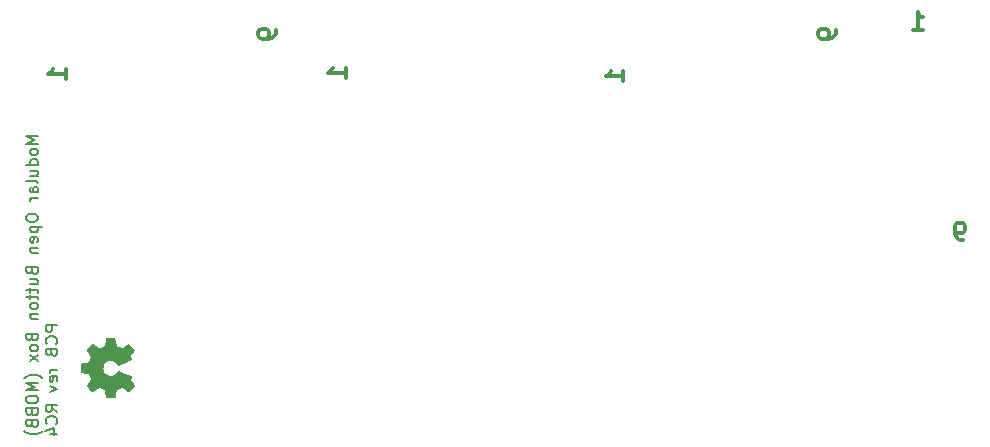
<source format=gbo>
G04 #@! TF.FileFunction,Legend,Bot*
%FSLAX46Y46*%
G04 Gerber Fmt 4.6, Leading zero omitted, Abs format (unit mm)*
G04 Created by KiCad (PCBNEW 4.0.4-stable) date 11/02/16 00:16:49*
%MOMM*%
%LPD*%
G01*
G04 APERTURE LIST*
%ADD10C,0.100000*%
%ADD11C,0.150000*%
%ADD12C,0.300000*%
%ADD13C,0.002540*%
G04 APERTURE END LIST*
D10*
D11*
X118927381Y-66326186D02*
X117927381Y-66326186D01*
X118641667Y-66659520D01*
X117927381Y-66992853D01*
X118927381Y-66992853D01*
X118927381Y-67611900D02*
X118879762Y-67516662D01*
X118832143Y-67469043D01*
X118736905Y-67421424D01*
X118451190Y-67421424D01*
X118355952Y-67469043D01*
X118308333Y-67516662D01*
X118260714Y-67611900D01*
X118260714Y-67754758D01*
X118308333Y-67849996D01*
X118355952Y-67897615D01*
X118451190Y-67945234D01*
X118736905Y-67945234D01*
X118832143Y-67897615D01*
X118879762Y-67849996D01*
X118927381Y-67754758D01*
X118927381Y-67611900D01*
X118927381Y-68802377D02*
X117927381Y-68802377D01*
X118879762Y-68802377D02*
X118927381Y-68707139D01*
X118927381Y-68516662D01*
X118879762Y-68421424D01*
X118832143Y-68373805D01*
X118736905Y-68326186D01*
X118451190Y-68326186D01*
X118355952Y-68373805D01*
X118308333Y-68421424D01*
X118260714Y-68516662D01*
X118260714Y-68707139D01*
X118308333Y-68802377D01*
X118260714Y-69707139D02*
X118927381Y-69707139D01*
X118260714Y-69278567D02*
X118784524Y-69278567D01*
X118879762Y-69326186D01*
X118927381Y-69421424D01*
X118927381Y-69564282D01*
X118879762Y-69659520D01*
X118832143Y-69707139D01*
X118927381Y-70326186D02*
X118879762Y-70230948D01*
X118784524Y-70183329D01*
X117927381Y-70183329D01*
X118927381Y-71135711D02*
X118403571Y-71135711D01*
X118308333Y-71088092D01*
X118260714Y-70992854D01*
X118260714Y-70802377D01*
X118308333Y-70707139D01*
X118879762Y-71135711D02*
X118927381Y-71040473D01*
X118927381Y-70802377D01*
X118879762Y-70707139D01*
X118784524Y-70659520D01*
X118689286Y-70659520D01*
X118594048Y-70707139D01*
X118546429Y-70802377D01*
X118546429Y-71040473D01*
X118498810Y-71135711D01*
X118927381Y-71611901D02*
X118260714Y-71611901D01*
X118451190Y-71611901D02*
X118355952Y-71659520D01*
X118308333Y-71707139D01*
X118260714Y-71802377D01*
X118260714Y-71897616D01*
X117927381Y-73183330D02*
X117927381Y-73373807D01*
X117975000Y-73469045D01*
X118070238Y-73564283D01*
X118260714Y-73611902D01*
X118594048Y-73611902D01*
X118784524Y-73564283D01*
X118879762Y-73469045D01*
X118927381Y-73373807D01*
X118927381Y-73183330D01*
X118879762Y-73088092D01*
X118784524Y-72992854D01*
X118594048Y-72945235D01*
X118260714Y-72945235D01*
X118070238Y-72992854D01*
X117975000Y-73088092D01*
X117927381Y-73183330D01*
X118260714Y-74040473D02*
X119260714Y-74040473D01*
X118308333Y-74040473D02*
X118260714Y-74135711D01*
X118260714Y-74326188D01*
X118308333Y-74421426D01*
X118355952Y-74469045D01*
X118451190Y-74516664D01*
X118736905Y-74516664D01*
X118832143Y-74469045D01*
X118879762Y-74421426D01*
X118927381Y-74326188D01*
X118927381Y-74135711D01*
X118879762Y-74040473D01*
X118879762Y-75326188D02*
X118927381Y-75230950D01*
X118927381Y-75040473D01*
X118879762Y-74945235D01*
X118784524Y-74897616D01*
X118403571Y-74897616D01*
X118308333Y-74945235D01*
X118260714Y-75040473D01*
X118260714Y-75230950D01*
X118308333Y-75326188D01*
X118403571Y-75373807D01*
X118498810Y-75373807D01*
X118594048Y-74897616D01*
X118260714Y-75802378D02*
X118927381Y-75802378D01*
X118355952Y-75802378D02*
X118308333Y-75849997D01*
X118260714Y-75945235D01*
X118260714Y-76088093D01*
X118308333Y-76183331D01*
X118403571Y-76230950D01*
X118927381Y-76230950D01*
X118403571Y-77802379D02*
X118451190Y-77945236D01*
X118498810Y-77992855D01*
X118594048Y-78040474D01*
X118736905Y-78040474D01*
X118832143Y-77992855D01*
X118879762Y-77945236D01*
X118927381Y-77849998D01*
X118927381Y-77469045D01*
X117927381Y-77469045D01*
X117927381Y-77802379D01*
X117975000Y-77897617D01*
X118022619Y-77945236D01*
X118117857Y-77992855D01*
X118213095Y-77992855D01*
X118308333Y-77945236D01*
X118355952Y-77897617D01*
X118403571Y-77802379D01*
X118403571Y-77469045D01*
X118260714Y-78897617D02*
X118927381Y-78897617D01*
X118260714Y-78469045D02*
X118784524Y-78469045D01*
X118879762Y-78516664D01*
X118927381Y-78611902D01*
X118927381Y-78754760D01*
X118879762Y-78849998D01*
X118832143Y-78897617D01*
X118260714Y-79230950D02*
X118260714Y-79611902D01*
X117927381Y-79373807D02*
X118784524Y-79373807D01*
X118879762Y-79421426D01*
X118927381Y-79516664D01*
X118927381Y-79611902D01*
X118260714Y-79802379D02*
X118260714Y-80183331D01*
X117927381Y-79945236D02*
X118784524Y-79945236D01*
X118879762Y-79992855D01*
X118927381Y-80088093D01*
X118927381Y-80183331D01*
X118927381Y-80659522D02*
X118879762Y-80564284D01*
X118832143Y-80516665D01*
X118736905Y-80469046D01*
X118451190Y-80469046D01*
X118355952Y-80516665D01*
X118308333Y-80564284D01*
X118260714Y-80659522D01*
X118260714Y-80802380D01*
X118308333Y-80897618D01*
X118355952Y-80945237D01*
X118451190Y-80992856D01*
X118736905Y-80992856D01*
X118832143Y-80945237D01*
X118879762Y-80897618D01*
X118927381Y-80802380D01*
X118927381Y-80659522D01*
X118260714Y-81421427D02*
X118927381Y-81421427D01*
X118355952Y-81421427D02*
X118308333Y-81469046D01*
X118260714Y-81564284D01*
X118260714Y-81707142D01*
X118308333Y-81802380D01*
X118403571Y-81849999D01*
X118927381Y-81849999D01*
X118403571Y-83421428D02*
X118451190Y-83564285D01*
X118498810Y-83611904D01*
X118594048Y-83659523D01*
X118736905Y-83659523D01*
X118832143Y-83611904D01*
X118879762Y-83564285D01*
X118927381Y-83469047D01*
X118927381Y-83088094D01*
X117927381Y-83088094D01*
X117927381Y-83421428D01*
X117975000Y-83516666D01*
X118022619Y-83564285D01*
X118117857Y-83611904D01*
X118213095Y-83611904D01*
X118308333Y-83564285D01*
X118355952Y-83516666D01*
X118403571Y-83421428D01*
X118403571Y-83088094D01*
X118927381Y-84230951D02*
X118879762Y-84135713D01*
X118832143Y-84088094D01*
X118736905Y-84040475D01*
X118451190Y-84040475D01*
X118355952Y-84088094D01*
X118308333Y-84135713D01*
X118260714Y-84230951D01*
X118260714Y-84373809D01*
X118308333Y-84469047D01*
X118355952Y-84516666D01*
X118451190Y-84564285D01*
X118736905Y-84564285D01*
X118832143Y-84516666D01*
X118879762Y-84469047D01*
X118927381Y-84373809D01*
X118927381Y-84230951D01*
X118927381Y-84897618D02*
X118260714Y-85421428D01*
X118260714Y-84897618D02*
X118927381Y-85421428D01*
X119308333Y-86850000D02*
X119260714Y-86802380D01*
X119117857Y-86707142D01*
X119022619Y-86659523D01*
X118879762Y-86611904D01*
X118641667Y-86564285D01*
X118451190Y-86564285D01*
X118213095Y-86611904D01*
X118070238Y-86659523D01*
X117975000Y-86707142D01*
X117832143Y-86802380D01*
X117784524Y-86850000D01*
X118927381Y-87230952D02*
X117927381Y-87230952D01*
X118641667Y-87564286D01*
X117927381Y-87897619D01*
X118927381Y-87897619D01*
X117927381Y-88564285D02*
X117927381Y-88754762D01*
X117975000Y-88850000D01*
X118070238Y-88945238D01*
X118260714Y-88992857D01*
X118594048Y-88992857D01*
X118784524Y-88945238D01*
X118879762Y-88850000D01*
X118927381Y-88754762D01*
X118927381Y-88564285D01*
X118879762Y-88469047D01*
X118784524Y-88373809D01*
X118594048Y-88326190D01*
X118260714Y-88326190D01*
X118070238Y-88373809D01*
X117975000Y-88469047D01*
X117927381Y-88564285D01*
X118403571Y-89754762D02*
X118451190Y-89897619D01*
X118498810Y-89945238D01*
X118594048Y-89992857D01*
X118736905Y-89992857D01*
X118832143Y-89945238D01*
X118879762Y-89897619D01*
X118927381Y-89802381D01*
X118927381Y-89421428D01*
X117927381Y-89421428D01*
X117927381Y-89754762D01*
X117975000Y-89850000D01*
X118022619Y-89897619D01*
X118117857Y-89945238D01*
X118213095Y-89945238D01*
X118308333Y-89897619D01*
X118355952Y-89850000D01*
X118403571Y-89754762D01*
X118403571Y-89421428D01*
X118403571Y-90754762D02*
X118451190Y-90897619D01*
X118498810Y-90945238D01*
X118594048Y-90992857D01*
X118736905Y-90992857D01*
X118832143Y-90945238D01*
X118879762Y-90897619D01*
X118927381Y-90802381D01*
X118927381Y-90421428D01*
X117927381Y-90421428D01*
X117927381Y-90754762D01*
X117975000Y-90850000D01*
X118022619Y-90897619D01*
X118117857Y-90945238D01*
X118213095Y-90945238D01*
X118308333Y-90897619D01*
X118355952Y-90850000D01*
X118403571Y-90754762D01*
X118403571Y-90421428D01*
X119308333Y-91326190D02*
X119260714Y-91373809D01*
X119117857Y-91469047D01*
X119022619Y-91516666D01*
X118879762Y-91564285D01*
X118641667Y-91611904D01*
X118451190Y-91611904D01*
X118213095Y-91564285D01*
X118070238Y-91516666D01*
X117975000Y-91469047D01*
X117832143Y-91373809D01*
X117784524Y-91326190D01*
X120577381Y-82373808D02*
X119577381Y-82373808D01*
X119577381Y-82754761D01*
X119625000Y-82849999D01*
X119672619Y-82897618D01*
X119767857Y-82945237D01*
X119910714Y-82945237D01*
X120005952Y-82897618D01*
X120053571Y-82849999D01*
X120101190Y-82754761D01*
X120101190Y-82373808D01*
X120482143Y-83945237D02*
X120529762Y-83897618D01*
X120577381Y-83754761D01*
X120577381Y-83659523D01*
X120529762Y-83516665D01*
X120434524Y-83421427D01*
X120339286Y-83373808D01*
X120148810Y-83326189D01*
X120005952Y-83326189D01*
X119815476Y-83373808D01*
X119720238Y-83421427D01*
X119625000Y-83516665D01*
X119577381Y-83659523D01*
X119577381Y-83754761D01*
X119625000Y-83897618D01*
X119672619Y-83945237D01*
X120053571Y-84707142D02*
X120101190Y-84849999D01*
X120148810Y-84897618D01*
X120244048Y-84945237D01*
X120386905Y-84945237D01*
X120482143Y-84897618D01*
X120529762Y-84849999D01*
X120577381Y-84754761D01*
X120577381Y-84373808D01*
X119577381Y-84373808D01*
X119577381Y-84707142D01*
X119625000Y-84802380D01*
X119672619Y-84849999D01*
X119767857Y-84897618D01*
X119863095Y-84897618D01*
X119958333Y-84849999D01*
X120005952Y-84802380D01*
X120053571Y-84707142D01*
X120053571Y-84373808D01*
X120577381Y-86135713D02*
X119910714Y-86135713D01*
X120101190Y-86135713D02*
X120005952Y-86183332D01*
X119958333Y-86230951D01*
X119910714Y-86326189D01*
X119910714Y-86421428D01*
X120529762Y-87135714D02*
X120577381Y-87040476D01*
X120577381Y-86849999D01*
X120529762Y-86754761D01*
X120434524Y-86707142D01*
X120053571Y-86707142D01*
X119958333Y-86754761D01*
X119910714Y-86849999D01*
X119910714Y-87040476D01*
X119958333Y-87135714D01*
X120053571Y-87183333D01*
X120148810Y-87183333D01*
X120244048Y-86707142D01*
X119910714Y-87516666D02*
X120577381Y-87754761D01*
X119910714Y-87992857D01*
X120577381Y-89707143D02*
X120101190Y-89373809D01*
X120577381Y-89135714D02*
X119577381Y-89135714D01*
X119577381Y-89516667D01*
X119625000Y-89611905D01*
X119672619Y-89659524D01*
X119767857Y-89707143D01*
X119910714Y-89707143D01*
X120005952Y-89659524D01*
X120053571Y-89611905D01*
X120101190Y-89516667D01*
X120101190Y-89135714D01*
X120482143Y-90707143D02*
X120529762Y-90659524D01*
X120577381Y-90516667D01*
X120577381Y-90421429D01*
X120529762Y-90278571D01*
X120434524Y-90183333D01*
X120339286Y-90135714D01*
X120148810Y-90088095D01*
X120005952Y-90088095D01*
X119815476Y-90135714D01*
X119720238Y-90183333D01*
X119625000Y-90278571D01*
X119577381Y-90421429D01*
X119577381Y-90516667D01*
X119625000Y-90659524D01*
X119672619Y-90707143D01*
X119910714Y-91564286D02*
X120577381Y-91564286D01*
X119529762Y-91326190D02*
X120244048Y-91088095D01*
X120244048Y-91707143D01*
D12*
X197285714Y-75178571D02*
X196999999Y-75178571D01*
X196857142Y-75107143D01*
X196785714Y-75035714D01*
X196642856Y-74821429D01*
X196571428Y-74535714D01*
X196571428Y-73964286D01*
X196642856Y-73821429D01*
X196714285Y-73750000D01*
X196857142Y-73678571D01*
X197142856Y-73678571D01*
X197285714Y-73750000D01*
X197357142Y-73821429D01*
X197428571Y-73964286D01*
X197428571Y-74321429D01*
X197357142Y-74464286D01*
X197285714Y-74535714D01*
X197142856Y-74607143D01*
X196857142Y-74607143D01*
X196714285Y-74535714D01*
X196642856Y-74464286D01*
X196571428Y-74321429D01*
X192971428Y-57378571D02*
X193828571Y-57378571D01*
X193399999Y-57378571D02*
X193399999Y-55878571D01*
X193542856Y-56092857D01*
X193685714Y-56235714D01*
X193828571Y-56307143D01*
X186478571Y-57414286D02*
X186478571Y-57700001D01*
X186407143Y-57842858D01*
X186335714Y-57914286D01*
X186121429Y-58057144D01*
X185835714Y-58128572D01*
X185264286Y-58128572D01*
X185121429Y-58057144D01*
X185050000Y-57985715D01*
X184978571Y-57842858D01*
X184978571Y-57557144D01*
X185050000Y-57414286D01*
X185121429Y-57342858D01*
X185264286Y-57271429D01*
X185621429Y-57271429D01*
X185764286Y-57342858D01*
X185835714Y-57414286D01*
X185907143Y-57557144D01*
X185907143Y-57842858D01*
X185835714Y-57985715D01*
X185764286Y-58057144D01*
X185621429Y-58128572D01*
X168478571Y-61728572D02*
X168478571Y-60871429D01*
X168478571Y-61300001D02*
X166978571Y-61300001D01*
X167192857Y-61157144D01*
X167335714Y-61014286D01*
X167407143Y-60871429D01*
X144978571Y-61428572D02*
X144978571Y-60571429D01*
X144978571Y-61000001D02*
X143478571Y-61000001D01*
X143692857Y-60857144D01*
X143835714Y-60714286D01*
X143907143Y-60571429D01*
X139078571Y-57414286D02*
X139078571Y-57700001D01*
X139007143Y-57842858D01*
X138935714Y-57914286D01*
X138721429Y-58057144D01*
X138435714Y-58128572D01*
X137864286Y-58128572D01*
X137721429Y-58057144D01*
X137650000Y-57985715D01*
X137578571Y-57842858D01*
X137578571Y-57557144D01*
X137650000Y-57414286D01*
X137721429Y-57342858D01*
X137864286Y-57271429D01*
X138221429Y-57271429D01*
X138364286Y-57342858D01*
X138435714Y-57414286D01*
X138507143Y-57557144D01*
X138507143Y-57842858D01*
X138435714Y-57985715D01*
X138364286Y-58057144D01*
X138221429Y-58128572D01*
X121278571Y-61528572D02*
X121278571Y-60671429D01*
X121278571Y-61100001D02*
X119778571Y-61100001D01*
X119992857Y-60957144D01*
X120135714Y-60814286D01*
X120207143Y-60671429D01*
D13*
G36*
X127045360Y-84461160D02*
X127030120Y-84486560D01*
X126994560Y-84544980D01*
X126938680Y-84628800D01*
X126872640Y-84727860D01*
X126806600Y-84826920D01*
X126753260Y-84908200D01*
X126715160Y-84964080D01*
X126702460Y-84989480D01*
X126707540Y-85002180D01*
X126730400Y-85047900D01*
X126765960Y-85116480D01*
X126786280Y-85157120D01*
X126811680Y-85218080D01*
X126819300Y-85251100D01*
X126809140Y-85256180D01*
X126760880Y-85279040D01*
X126679600Y-85314600D01*
X126570380Y-85360320D01*
X126443380Y-85416200D01*
X126308760Y-85472080D01*
X126169060Y-85530500D01*
X126034440Y-85586380D01*
X125915060Y-85634640D01*
X125818540Y-85675280D01*
X125749960Y-85700680D01*
X125722020Y-85710840D01*
X125714400Y-85708300D01*
X125683920Y-85675280D01*
X125643280Y-85621940D01*
X125546760Y-85502560D01*
X125401980Y-85385720D01*
X125236880Y-85314600D01*
X125051460Y-85291740D01*
X124881280Y-85312060D01*
X124718720Y-85378100D01*
X124571400Y-85492400D01*
X124462180Y-85632100D01*
X124393600Y-85794660D01*
X124370740Y-85975000D01*
X124391060Y-86147720D01*
X124457100Y-86315360D01*
X124568860Y-86462680D01*
X124639980Y-86526180D01*
X124789840Y-86612540D01*
X124947320Y-86660800D01*
X124987960Y-86665880D01*
X125163220Y-86658260D01*
X125333400Y-86607460D01*
X125483260Y-86513480D01*
X125607720Y-86383940D01*
X125617880Y-86368700D01*
X125663600Y-86310280D01*
X125694080Y-86269640D01*
X125719480Y-86239160D01*
X126257960Y-86462680D01*
X126341780Y-86498240D01*
X126489100Y-86559200D01*
X126616100Y-86612540D01*
X126717700Y-86655720D01*
X126783740Y-86686200D01*
X126811680Y-86698900D01*
X126814220Y-86698900D01*
X126816760Y-86719220D01*
X126801520Y-86759860D01*
X126765960Y-86836060D01*
X126740560Y-86884320D01*
X126712620Y-86942740D01*
X126702460Y-86968140D01*
X126715160Y-86991000D01*
X126750720Y-87044340D01*
X126804060Y-87125620D01*
X126867560Y-87222140D01*
X126931060Y-87313580D01*
X126986940Y-87397400D01*
X127025040Y-87458360D01*
X127042820Y-87488840D01*
X127042820Y-87493920D01*
X127027580Y-87519320D01*
X126986940Y-87567580D01*
X126918360Y-87641240D01*
X126814220Y-87745380D01*
X126798980Y-87760620D01*
X126712620Y-87846980D01*
X126638960Y-87915560D01*
X126588160Y-87961280D01*
X126565300Y-87979060D01*
X126565300Y-87979060D01*
X126534820Y-87963820D01*
X126473860Y-87925720D01*
X126387500Y-87869840D01*
X126288440Y-87801260D01*
X126029360Y-87623460D01*
X125785520Y-87719980D01*
X125709320Y-87750460D01*
X125620420Y-87788560D01*
X125554380Y-87816500D01*
X125526440Y-87831740D01*
X125516280Y-87857140D01*
X125501040Y-87925720D01*
X125480720Y-88022240D01*
X125460400Y-88136540D01*
X125440080Y-88248300D01*
X125419760Y-88347360D01*
X125407060Y-88418480D01*
X125399440Y-88451500D01*
X125394360Y-88459120D01*
X125379120Y-88466740D01*
X125346100Y-88469280D01*
X125285140Y-88471820D01*
X125191160Y-88474360D01*
X125051460Y-88474360D01*
X125036220Y-88474360D01*
X124906680Y-88471820D01*
X124800000Y-88469280D01*
X124733960Y-88466740D01*
X124706020Y-88461660D01*
X124706020Y-88461660D01*
X124698400Y-88431180D01*
X124683160Y-88360060D01*
X124665380Y-88261000D01*
X124642520Y-88141620D01*
X124639980Y-88134000D01*
X124617120Y-88017160D01*
X124596800Y-87918100D01*
X124581560Y-87846980D01*
X124571400Y-87819040D01*
X124563780Y-87811420D01*
X124518060Y-87788560D01*
X124444400Y-87755540D01*
X124355500Y-87714900D01*
X124261520Y-87676800D01*
X124177700Y-87643780D01*
X124116740Y-87620920D01*
X124088800Y-87613300D01*
X124086260Y-87615840D01*
X124058320Y-87633620D01*
X123997360Y-87674260D01*
X123913540Y-87730140D01*
X123811940Y-87798720D01*
X123804320Y-87803800D01*
X123705260Y-87872380D01*
X123618900Y-87928260D01*
X123560480Y-87963820D01*
X123532540Y-87979060D01*
X123530000Y-87979060D01*
X123499520Y-87956200D01*
X123443640Y-87905400D01*
X123367440Y-87831740D01*
X123278540Y-87745380D01*
X123253140Y-87717440D01*
X123156620Y-87618380D01*
X123095660Y-87552340D01*
X123062640Y-87509160D01*
X123055020Y-87488840D01*
X123055020Y-87488840D01*
X123072800Y-87458360D01*
X123113440Y-87394860D01*
X123171860Y-87311040D01*
X123240440Y-87209440D01*
X123245520Y-87201820D01*
X123314100Y-87102760D01*
X123369980Y-87018940D01*
X123410620Y-86960520D01*
X123425860Y-86932580D01*
X123425860Y-86930040D01*
X123413160Y-86889400D01*
X123387760Y-86818280D01*
X123354740Y-86729380D01*
X123316640Y-86637940D01*
X123281080Y-86554120D01*
X123253140Y-86490620D01*
X123235360Y-86460140D01*
X123235360Y-86460140D01*
X123199800Y-86449980D01*
X123123600Y-86432200D01*
X123022000Y-86411880D01*
X122900080Y-86386480D01*
X122879760Y-86383940D01*
X122760380Y-86361080D01*
X122661320Y-86343300D01*
X122592740Y-86328060D01*
X122564800Y-86320440D01*
X122562260Y-86305200D01*
X122557180Y-86246780D01*
X122554640Y-86157880D01*
X122554640Y-86048660D01*
X122554640Y-85936900D01*
X122557180Y-85827680D01*
X122559720Y-85733700D01*
X122564800Y-85665120D01*
X122569880Y-85637180D01*
X122572420Y-85637180D01*
X122610520Y-85627020D01*
X122684180Y-85609240D01*
X122788320Y-85588920D01*
X122910240Y-85566060D01*
X122933100Y-85560980D01*
X123049940Y-85538120D01*
X123149000Y-85517800D01*
X123215040Y-85505100D01*
X123242980Y-85497480D01*
X123248060Y-85484780D01*
X123268380Y-85436520D01*
X123301400Y-85357780D01*
X123342040Y-85258720D01*
X123433480Y-85030120D01*
X123242980Y-84748180D01*
X123225200Y-84722780D01*
X123156620Y-84621180D01*
X123100740Y-84539900D01*
X123062640Y-84481480D01*
X123049940Y-84458620D01*
X123049940Y-84456080D01*
X123075340Y-84428140D01*
X123128680Y-84372260D01*
X123202340Y-84296060D01*
X123288700Y-84207160D01*
X123354740Y-84143660D01*
X123433480Y-84064920D01*
X123486820Y-84016660D01*
X123519840Y-83988720D01*
X123540160Y-83981100D01*
X123555400Y-83983640D01*
X123583340Y-84001420D01*
X123644300Y-84042060D01*
X123730660Y-84100480D01*
X123829720Y-84169060D01*
X123913540Y-84224940D01*
X124007520Y-84285900D01*
X124073560Y-84324000D01*
X124106580Y-84339240D01*
X124119280Y-84334160D01*
X124175160Y-84316380D01*
X124258980Y-84280820D01*
X124358040Y-84240180D01*
X124579020Y-84141120D01*
X124606960Y-83996340D01*
X124624740Y-83907440D01*
X124647600Y-83785520D01*
X124670460Y-83666140D01*
X124706020Y-83483260D01*
X125381660Y-83475640D01*
X125394360Y-83503580D01*
X125401980Y-83531520D01*
X125417220Y-83600100D01*
X125437540Y-83696620D01*
X125457860Y-83813460D01*
X125475640Y-83909980D01*
X125495960Y-84009040D01*
X125508660Y-84080160D01*
X125516280Y-84110640D01*
X125526440Y-84120800D01*
X125574700Y-84143660D01*
X125650900Y-84179220D01*
X125742340Y-84219860D01*
X125836320Y-84257960D01*
X125925220Y-84293520D01*
X125991260Y-84316380D01*
X126024280Y-84326540D01*
X126052220Y-84313840D01*
X126110640Y-84275740D01*
X126191920Y-84222400D01*
X126290980Y-84153820D01*
X126387500Y-84087780D01*
X126471320Y-84029360D01*
X126532280Y-83991260D01*
X126560220Y-83973480D01*
X126578000Y-83983640D01*
X126626260Y-84021740D01*
X126702460Y-84095400D01*
X126811680Y-84207160D01*
X126829460Y-84224940D01*
X126913280Y-84311300D01*
X126981860Y-84384960D01*
X127027580Y-84438300D01*
X127045360Y-84461160D01*
X127045360Y-84461160D01*
G37*
X127045360Y-84461160D02*
X127030120Y-84486560D01*
X126994560Y-84544980D01*
X126938680Y-84628800D01*
X126872640Y-84727860D01*
X126806600Y-84826920D01*
X126753260Y-84908200D01*
X126715160Y-84964080D01*
X126702460Y-84989480D01*
X126707540Y-85002180D01*
X126730400Y-85047900D01*
X126765960Y-85116480D01*
X126786280Y-85157120D01*
X126811680Y-85218080D01*
X126819300Y-85251100D01*
X126809140Y-85256180D01*
X126760880Y-85279040D01*
X126679600Y-85314600D01*
X126570380Y-85360320D01*
X126443380Y-85416200D01*
X126308760Y-85472080D01*
X126169060Y-85530500D01*
X126034440Y-85586380D01*
X125915060Y-85634640D01*
X125818540Y-85675280D01*
X125749960Y-85700680D01*
X125722020Y-85710840D01*
X125714400Y-85708300D01*
X125683920Y-85675280D01*
X125643280Y-85621940D01*
X125546760Y-85502560D01*
X125401980Y-85385720D01*
X125236880Y-85314600D01*
X125051460Y-85291740D01*
X124881280Y-85312060D01*
X124718720Y-85378100D01*
X124571400Y-85492400D01*
X124462180Y-85632100D01*
X124393600Y-85794660D01*
X124370740Y-85975000D01*
X124391060Y-86147720D01*
X124457100Y-86315360D01*
X124568860Y-86462680D01*
X124639980Y-86526180D01*
X124789840Y-86612540D01*
X124947320Y-86660800D01*
X124987960Y-86665880D01*
X125163220Y-86658260D01*
X125333400Y-86607460D01*
X125483260Y-86513480D01*
X125607720Y-86383940D01*
X125617880Y-86368700D01*
X125663600Y-86310280D01*
X125694080Y-86269640D01*
X125719480Y-86239160D01*
X126257960Y-86462680D01*
X126341780Y-86498240D01*
X126489100Y-86559200D01*
X126616100Y-86612540D01*
X126717700Y-86655720D01*
X126783740Y-86686200D01*
X126811680Y-86698900D01*
X126814220Y-86698900D01*
X126816760Y-86719220D01*
X126801520Y-86759860D01*
X126765960Y-86836060D01*
X126740560Y-86884320D01*
X126712620Y-86942740D01*
X126702460Y-86968140D01*
X126715160Y-86991000D01*
X126750720Y-87044340D01*
X126804060Y-87125620D01*
X126867560Y-87222140D01*
X126931060Y-87313580D01*
X126986940Y-87397400D01*
X127025040Y-87458360D01*
X127042820Y-87488840D01*
X127042820Y-87493920D01*
X127027580Y-87519320D01*
X126986940Y-87567580D01*
X126918360Y-87641240D01*
X126814220Y-87745380D01*
X126798980Y-87760620D01*
X126712620Y-87846980D01*
X126638960Y-87915560D01*
X126588160Y-87961280D01*
X126565300Y-87979060D01*
X126565300Y-87979060D01*
X126534820Y-87963820D01*
X126473860Y-87925720D01*
X126387500Y-87869840D01*
X126288440Y-87801260D01*
X126029360Y-87623460D01*
X125785520Y-87719980D01*
X125709320Y-87750460D01*
X125620420Y-87788560D01*
X125554380Y-87816500D01*
X125526440Y-87831740D01*
X125516280Y-87857140D01*
X125501040Y-87925720D01*
X125480720Y-88022240D01*
X125460400Y-88136540D01*
X125440080Y-88248300D01*
X125419760Y-88347360D01*
X125407060Y-88418480D01*
X125399440Y-88451500D01*
X125394360Y-88459120D01*
X125379120Y-88466740D01*
X125346100Y-88469280D01*
X125285140Y-88471820D01*
X125191160Y-88474360D01*
X125051460Y-88474360D01*
X125036220Y-88474360D01*
X124906680Y-88471820D01*
X124800000Y-88469280D01*
X124733960Y-88466740D01*
X124706020Y-88461660D01*
X124706020Y-88461660D01*
X124698400Y-88431180D01*
X124683160Y-88360060D01*
X124665380Y-88261000D01*
X124642520Y-88141620D01*
X124639980Y-88134000D01*
X124617120Y-88017160D01*
X124596800Y-87918100D01*
X124581560Y-87846980D01*
X124571400Y-87819040D01*
X124563780Y-87811420D01*
X124518060Y-87788560D01*
X124444400Y-87755540D01*
X124355500Y-87714900D01*
X124261520Y-87676800D01*
X124177700Y-87643780D01*
X124116740Y-87620920D01*
X124088800Y-87613300D01*
X124086260Y-87615840D01*
X124058320Y-87633620D01*
X123997360Y-87674260D01*
X123913540Y-87730140D01*
X123811940Y-87798720D01*
X123804320Y-87803800D01*
X123705260Y-87872380D01*
X123618900Y-87928260D01*
X123560480Y-87963820D01*
X123532540Y-87979060D01*
X123530000Y-87979060D01*
X123499520Y-87956200D01*
X123443640Y-87905400D01*
X123367440Y-87831740D01*
X123278540Y-87745380D01*
X123253140Y-87717440D01*
X123156620Y-87618380D01*
X123095660Y-87552340D01*
X123062640Y-87509160D01*
X123055020Y-87488840D01*
X123055020Y-87488840D01*
X123072800Y-87458360D01*
X123113440Y-87394860D01*
X123171860Y-87311040D01*
X123240440Y-87209440D01*
X123245520Y-87201820D01*
X123314100Y-87102760D01*
X123369980Y-87018940D01*
X123410620Y-86960520D01*
X123425860Y-86932580D01*
X123425860Y-86930040D01*
X123413160Y-86889400D01*
X123387760Y-86818280D01*
X123354740Y-86729380D01*
X123316640Y-86637940D01*
X123281080Y-86554120D01*
X123253140Y-86490620D01*
X123235360Y-86460140D01*
X123235360Y-86460140D01*
X123199800Y-86449980D01*
X123123600Y-86432200D01*
X123022000Y-86411880D01*
X122900080Y-86386480D01*
X122879760Y-86383940D01*
X122760380Y-86361080D01*
X122661320Y-86343300D01*
X122592740Y-86328060D01*
X122564800Y-86320440D01*
X122562260Y-86305200D01*
X122557180Y-86246780D01*
X122554640Y-86157880D01*
X122554640Y-86048660D01*
X122554640Y-85936900D01*
X122557180Y-85827680D01*
X122559720Y-85733700D01*
X122564800Y-85665120D01*
X122569880Y-85637180D01*
X122572420Y-85637180D01*
X122610520Y-85627020D01*
X122684180Y-85609240D01*
X122788320Y-85588920D01*
X122910240Y-85566060D01*
X122933100Y-85560980D01*
X123049940Y-85538120D01*
X123149000Y-85517800D01*
X123215040Y-85505100D01*
X123242980Y-85497480D01*
X123248060Y-85484780D01*
X123268380Y-85436520D01*
X123301400Y-85357780D01*
X123342040Y-85258720D01*
X123433480Y-85030120D01*
X123242980Y-84748180D01*
X123225200Y-84722780D01*
X123156620Y-84621180D01*
X123100740Y-84539900D01*
X123062640Y-84481480D01*
X123049940Y-84458620D01*
X123049940Y-84456080D01*
X123075340Y-84428140D01*
X123128680Y-84372260D01*
X123202340Y-84296060D01*
X123288700Y-84207160D01*
X123354740Y-84143660D01*
X123433480Y-84064920D01*
X123486820Y-84016660D01*
X123519840Y-83988720D01*
X123540160Y-83981100D01*
X123555400Y-83983640D01*
X123583340Y-84001420D01*
X123644300Y-84042060D01*
X123730660Y-84100480D01*
X123829720Y-84169060D01*
X123913540Y-84224940D01*
X124007520Y-84285900D01*
X124073560Y-84324000D01*
X124106580Y-84339240D01*
X124119280Y-84334160D01*
X124175160Y-84316380D01*
X124258980Y-84280820D01*
X124358040Y-84240180D01*
X124579020Y-84141120D01*
X124606960Y-83996340D01*
X124624740Y-83907440D01*
X124647600Y-83785520D01*
X124670460Y-83666140D01*
X124706020Y-83483260D01*
X125381660Y-83475640D01*
X125394360Y-83503580D01*
X125401980Y-83531520D01*
X125417220Y-83600100D01*
X125437540Y-83696620D01*
X125457860Y-83813460D01*
X125475640Y-83909980D01*
X125495960Y-84009040D01*
X125508660Y-84080160D01*
X125516280Y-84110640D01*
X125526440Y-84120800D01*
X125574700Y-84143660D01*
X125650900Y-84179220D01*
X125742340Y-84219860D01*
X125836320Y-84257960D01*
X125925220Y-84293520D01*
X125991260Y-84316380D01*
X126024280Y-84326540D01*
X126052220Y-84313840D01*
X126110640Y-84275740D01*
X126191920Y-84222400D01*
X126290980Y-84153820D01*
X126387500Y-84087780D01*
X126471320Y-84029360D01*
X126532280Y-83991260D01*
X126560220Y-83973480D01*
X126578000Y-83983640D01*
X126626260Y-84021740D01*
X126702460Y-84095400D01*
X126811680Y-84207160D01*
X126829460Y-84224940D01*
X126913280Y-84311300D01*
X126981860Y-84384960D01*
X127027580Y-84438300D01*
X127045360Y-84461160D01*
M02*

</source>
